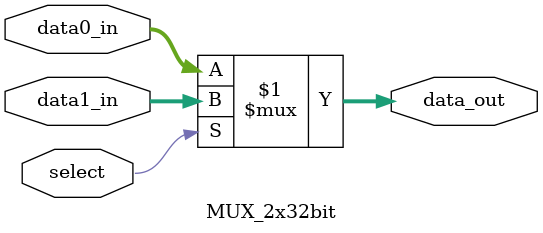
<source format=v>
module MUX_2x32bit(    
    data0_in,
    data1_in,
    select,
    data_out
);

input [31:0] data0_in, data1_in;
input select;
output [31:0] data_out;

assign data_out = (select) ? data1_in : data0_in;

endmodule

</source>
